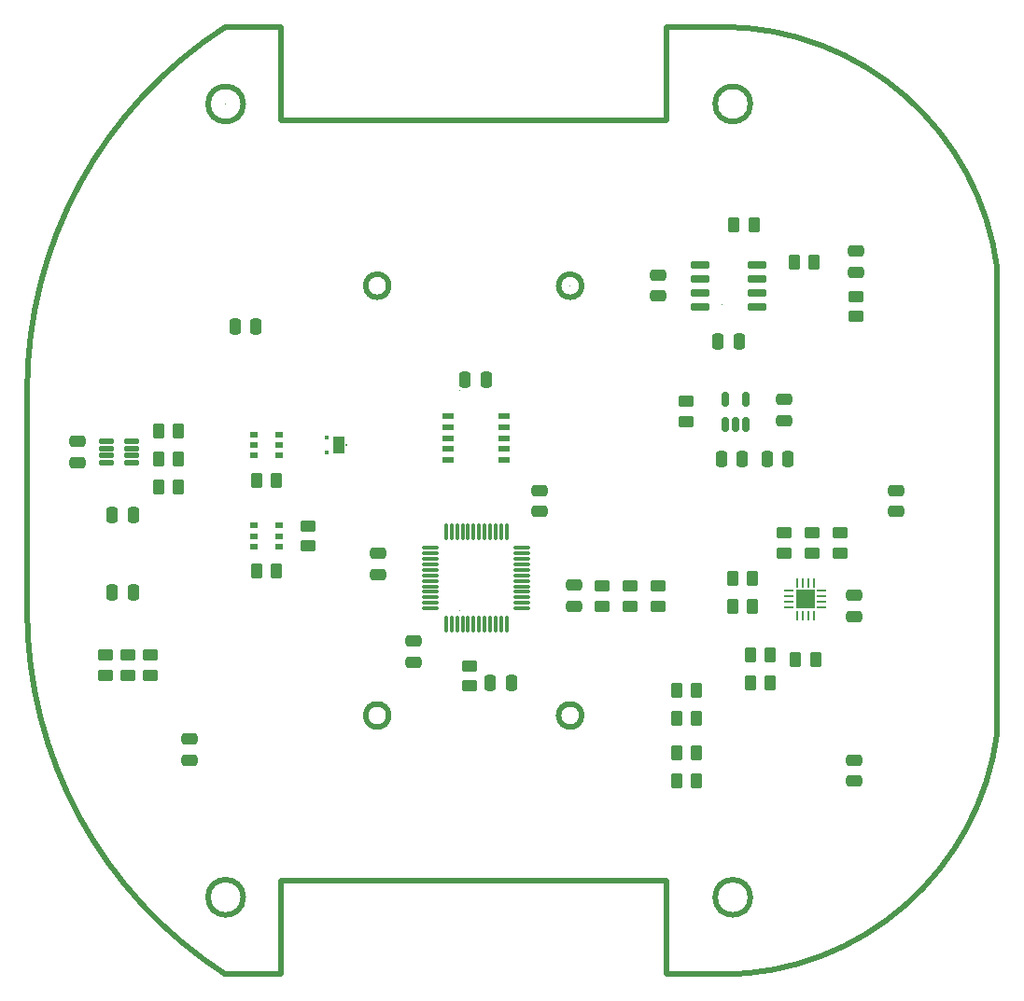
<source format=gbr>
%TF.GenerationSoftware,KiCad,Pcbnew,6.0.7-f9a2dced07~116~ubuntu20.04.1*%
%TF.CreationDate,2022-08-31T16:11:48+02:00*%
%TF.ProjectId,dumber-v3,64756d62-6572-42d7-9633-2e6b69636164,1.1*%
%TF.SameCoordinates,Original*%
%TF.FileFunction,Paste,Bot*%
%TF.FilePolarity,Positive*%
%FSLAX46Y46*%
G04 Gerber Fmt 4.6, Leading zero omitted, Abs format (unit mm)*
G04 Created by KiCad (PCBNEW 6.0.7-f9a2dced07~116~ubuntu20.04.1) date 2022-08-31 16:11:48*
%MOMM*%
%LPD*%
G01*
G04 APERTURE LIST*
G04 Aperture macros list*
%AMRoundRect*
0 Rectangle with rounded corners*
0 $1 Rounding radius*
0 $2 $3 $4 $5 $6 $7 $8 $9 X,Y pos of 4 corners*
0 Add a 4 corners polygon primitive as box body*
4,1,4,$2,$3,$4,$5,$6,$7,$8,$9,$2,$3,0*
0 Add four circle primitives for the rounded corners*
1,1,$1+$1,$2,$3*
1,1,$1+$1,$4,$5*
1,1,$1+$1,$6,$7*
1,1,$1+$1,$8,$9*
0 Add four rect primitives between the rounded corners*
20,1,$1+$1,$2,$3,$4,$5,0*
20,1,$1+$1,$4,$5,$6,$7,0*
20,1,$1+$1,$6,$7,$8,$9,0*
20,1,$1+$1,$8,$9,$2,$3,0*%
G04 Aperture macros list end*
%TA.AperFunction,Profile*%
%ADD10C,0.010050*%
%TD*%
%TA.AperFunction,Profile*%
%ADD11C,0.500000*%
%TD*%
%ADD12R,0.300000X0.300000*%
%ADD13R,0.250000X0.250000*%
%ADD14R,1.000000X1.500000*%
%ADD15RoundRect,0.250000X0.475000X-0.250000X0.475000X0.250000X-0.475000X0.250000X-0.475000X-0.250000X0*%
%ADD16RoundRect,0.250000X-0.262500X-0.450000X0.262500X-0.450000X0.262500X0.450000X-0.262500X0.450000X0*%
%ADD17RoundRect,0.075000X-0.662500X-0.075000X0.662500X-0.075000X0.662500X0.075000X-0.662500X0.075000X0*%
%ADD18RoundRect,0.075000X-0.075000X-0.662500X0.075000X-0.662500X0.075000X0.662500X-0.075000X0.662500X0*%
%ADD19RoundRect,0.250000X0.262500X0.450000X-0.262500X0.450000X-0.262500X-0.450000X0.262500X-0.450000X0*%
%ADD20RoundRect,0.250000X-0.475000X0.250000X-0.475000X-0.250000X0.475000X-0.250000X0.475000X0.250000X0*%
%ADD21RoundRect,0.250000X-0.250000X-0.475000X0.250000X-0.475000X0.250000X0.475000X-0.250000X0.475000X0*%
%ADD22RoundRect,0.125000X-0.537500X-0.125000X0.537500X-0.125000X0.537500X0.125000X-0.537500X0.125000X0*%
%ADD23R,0.700000X0.510000*%
%ADD24RoundRect,0.250000X-0.450000X0.262500X-0.450000X-0.262500X0.450000X-0.262500X0.450000X0.262500X0*%
%ADD25RoundRect,0.250000X0.450000X-0.262500X0.450000X0.262500X-0.450000X0.262500X-0.450000X-0.262500X0*%
%ADD26R,1.100000X0.510000*%
%ADD27RoundRect,0.250000X0.250000X0.475000X-0.250000X0.475000X-0.250000X-0.475000X0.250000X-0.475000X0*%
%ADD28R,0.812800X0.254000*%
%ADD29R,0.254000X0.812800*%
%ADD30R,1.752600X1.752600*%
%ADD31RoundRect,0.150000X0.150000X-0.512500X0.150000X0.512500X-0.150000X0.512500X-0.150000X-0.512500X0*%
%ADD32RoundRect,0.150000X0.725000X0.150000X-0.725000X0.150000X-0.725000X-0.150000X0.725000X-0.150000X0*%
G04 APERTURE END LIST*
D10*
X173755025Y-70000000D02*
G75*
G03*
X173755025Y-70000000I-5025J0D01*
G01*
X141505025Y-86500000D02*
G75*
G03*
X141505025Y-86500000I-5025J0D01*
G01*
D11*
X175350000Y-70000000D02*
G75*
G03*
X175350000Y-70000000I-1600000J0D01*
G01*
X142550000Y-86500000D02*
G75*
G03*
X142550000Y-86500000I-1050000J0D01*
G01*
X167750000Y-63000000D02*
X167750000Y-71500000D01*
X109750000Y-96000000D02*
X109750000Y-116000000D01*
X129350000Y-142000000D02*
G75*
G03*
X129350000Y-142000000I-1600000J0D01*
G01*
X127750000Y-63000000D02*
G75*
G03*
X109750000Y-96000000I21250000J-33000000D01*
G01*
X197750000Y-127000000D02*
X197750000Y-85000000D01*
X129350000Y-70000000D02*
G75*
G03*
X129350000Y-70000000I-1600000J0D01*
G01*
X167750000Y-149000000D02*
X172750000Y-149000000D01*
X172750000Y-63000000D02*
X167750000Y-63000000D01*
D10*
X172755025Y-123795455D02*
G75*
G03*
X172755025Y-123795455I-5025J0D01*
G01*
X159005025Y-125500000D02*
G75*
G03*
X159005025Y-125500000I-5025J0D01*
G01*
X159005025Y-86500000D02*
G75*
G03*
X159005025Y-86500000I-5025J0D01*
G01*
X172755025Y-88204545D02*
G75*
G03*
X172755025Y-88204545I-5025J0D01*
G01*
X149005025Y-116000000D02*
G75*
G03*
X149005025Y-116000000I-5025J0D01*
G01*
D11*
X132750000Y-149000000D02*
X132750000Y-140500000D01*
X167750000Y-140500000D02*
X167750000Y-149000000D01*
X127750000Y-149000000D02*
X132750000Y-149000000D01*
X167750000Y-71500000D02*
X132750000Y-71500000D01*
D10*
X127755025Y-70000000D02*
G75*
G03*
X127755025Y-70000000I-5025J0D01*
G01*
D11*
X109750000Y-116000000D02*
G75*
G03*
X127750000Y-149000000I39250000J0D01*
G01*
X175350000Y-142000000D02*
G75*
G03*
X175350000Y-142000000I-1600000J0D01*
G01*
D10*
X149005025Y-96000000D02*
G75*
G03*
X149005025Y-96000000I-5025J0D01*
G01*
D11*
X132750000Y-63000000D02*
X127750000Y-63000000D01*
X132750000Y-71500000D02*
X132750000Y-63000000D01*
X197750047Y-84999994D02*
G75*
G03*
X172750000Y-63000000I-25000047J-3204606D01*
G01*
X160050000Y-86500000D02*
G75*
G03*
X160050000Y-86500000I-1050000J0D01*
G01*
D10*
X173755025Y-142000000D02*
G75*
G03*
X173755025Y-142000000I-5025J0D01*
G01*
X141505025Y-125500000D02*
G75*
G03*
X141505025Y-125500000I-5025J0D01*
G01*
D11*
X132750000Y-140500000D02*
X167750000Y-140500000D01*
X160050000Y-125500000D02*
G75*
G03*
X160050000Y-125500000I-1050000J0D01*
G01*
X142550000Y-125500000D02*
G75*
G03*
X142550000Y-125500000I-1050000J0D01*
G01*
X172750000Y-149000005D02*
G75*
G03*
X197750000Y-127000000I0J25204545D01*
G01*
D10*
X127755025Y-142000000D02*
G75*
G03*
X127755025Y-142000000I-5025J0D01*
G01*
D12*
%TO.C,D1*%
X136945000Y-101615000D03*
X136945000Y-100315000D03*
D13*
X138670000Y-100965000D03*
D14*
X138045000Y-100965000D03*
%TD*%
D15*
%TO.C,C17*%
X156210000Y-106995000D03*
X156210000Y-105095000D03*
%TD*%
D16*
%TO.C,R10*%
X173839500Y-81000000D03*
X175664500Y-81000000D03*
%TD*%
D17*
%TO.C,U2*%
X146332500Y-115780000D03*
X146332500Y-115280000D03*
X146332500Y-114780000D03*
X146332500Y-114280000D03*
X146332500Y-113780000D03*
X146332500Y-113280000D03*
X146332500Y-112780000D03*
X146332500Y-112280000D03*
X146332500Y-111780000D03*
X146332500Y-111280000D03*
X146332500Y-110780000D03*
X146332500Y-110280000D03*
D18*
X147745000Y-108867500D03*
X148245000Y-108867500D03*
X148745000Y-108867500D03*
X149245000Y-108867500D03*
X149745000Y-108867500D03*
X150245000Y-108867500D03*
X150745000Y-108867500D03*
X151245000Y-108867500D03*
X151745000Y-108867500D03*
X152245000Y-108867500D03*
X152745000Y-108867500D03*
X153245000Y-108867500D03*
D17*
X154657500Y-110280000D03*
X154657500Y-110780000D03*
X154657500Y-111280000D03*
X154657500Y-111780000D03*
X154657500Y-112280000D03*
X154657500Y-112780000D03*
X154657500Y-113280000D03*
X154657500Y-113780000D03*
X154657500Y-114280000D03*
X154657500Y-114780000D03*
X154657500Y-115280000D03*
X154657500Y-115780000D03*
D18*
X153245000Y-117192500D03*
X152745000Y-117192500D03*
X152245000Y-117192500D03*
X151745000Y-117192500D03*
X151245000Y-117192500D03*
X150745000Y-117192500D03*
X150245000Y-117192500D03*
X149745000Y-117192500D03*
X149245000Y-117192500D03*
X148745000Y-117192500D03*
X148245000Y-117192500D03*
X147745000Y-117192500D03*
%TD*%
D15*
%TO.C,C4*%
X184785000Y-116520000D03*
X184785000Y-114620000D03*
%TD*%
D19*
%TO.C,R7*%
X175537500Y-113030000D03*
X173712500Y-113030000D03*
%TD*%
D20*
%TO.C,C20*%
X141605000Y-110810000D03*
X141605000Y-112710000D03*
%TD*%
D19*
%TO.C,R17*%
X170457500Y-123190000D03*
X168632500Y-123190000D03*
%TD*%
D21*
%TO.C,C6*%
X172725000Y-102235000D03*
X174625000Y-102235000D03*
%TD*%
D16*
%TO.C,R3*%
X175340000Y-122555000D03*
X177165000Y-122555000D03*
%TD*%
D20*
%TO.C,C19*%
X144780000Y-118750000D03*
X144780000Y-120650000D03*
%TD*%
D22*
%TO.C,U3*%
X116972500Y-102575000D03*
X116972500Y-101925000D03*
X116972500Y-101275000D03*
X116972500Y-100625000D03*
X119247500Y-100625000D03*
X119247500Y-101275000D03*
X119247500Y-101925000D03*
X119247500Y-102575000D03*
%TD*%
D23*
%TO.C,Q2*%
X132605000Y-108270000D03*
X132605000Y-109220000D03*
X132605000Y-110170000D03*
X130285000Y-110170000D03*
X130285000Y-109220000D03*
X130285000Y-108270000D03*
%TD*%
D16*
%TO.C,R24*%
X130532500Y-112395000D03*
X132357500Y-112395000D03*
%TD*%
%TO.C,R1*%
X130532500Y-104140000D03*
X132357500Y-104140000D03*
%TD*%
D15*
%TO.C,C7*%
X184785000Y-131440000D03*
X184785000Y-129540000D03*
%TD*%
D24*
%TO.C,R16*%
X116840000Y-120015000D03*
X116840000Y-121840000D03*
%TD*%
D25*
%TO.C,R13*%
X178435000Y-110767500D03*
X178435000Y-108942500D03*
%TD*%
D26*
%TO.C,U7*%
X153045000Y-98330000D03*
X153045000Y-99330000D03*
X153045000Y-100330000D03*
X153045000Y-101330000D03*
X153045000Y-102330000D03*
X147945000Y-102330000D03*
X147945000Y-101330000D03*
X147945000Y-100330000D03*
X147945000Y-99330000D03*
X147945000Y-98330000D03*
%TD*%
D19*
%TO.C,R21*%
X175537500Y-115570000D03*
X173712500Y-115570000D03*
%TD*%
D20*
%TO.C,C3*%
X188595000Y-105095000D03*
X188595000Y-106995000D03*
%TD*%
D19*
%TO.C,R2*%
X123467500Y-102235000D03*
X121642500Y-102235000D03*
%TD*%
D21*
%TO.C,C8*%
X172405000Y-91572500D03*
X174305000Y-91572500D03*
%TD*%
D16*
%TO.C,R5*%
X175340000Y-120015000D03*
X177165000Y-120015000D03*
%TD*%
D19*
%TO.C,R11*%
X181149000Y-84328000D03*
X179324000Y-84328000D03*
%TD*%
D20*
%TO.C,C5*%
X184912000Y-83378000D03*
X184912000Y-85278000D03*
%TD*%
D16*
%TO.C,R18*%
X168632500Y-125730000D03*
X170457500Y-125730000D03*
%TD*%
D19*
%TO.C,R19*%
X170457500Y-131445000D03*
X168632500Y-131445000D03*
%TD*%
D27*
%TO.C,C13*%
X119375000Y-114300000D03*
X117475000Y-114300000D03*
%TD*%
D28*
%TO.C,U4*%
X181813200Y-114184999D03*
X181813200Y-114685000D03*
X181813200Y-115185000D03*
X181813200Y-115685001D03*
D29*
X181090001Y-116408200D03*
X180590000Y-116408200D03*
X180090000Y-116408200D03*
X179589999Y-116408200D03*
D28*
X178866800Y-115685001D03*
X178866800Y-115185000D03*
X178866800Y-114685000D03*
X178866800Y-114184999D03*
D29*
X179589999Y-113461800D03*
X180090000Y-113461800D03*
X180590000Y-113461800D03*
X181090001Y-113461800D03*
D30*
X180340000Y-114935000D03*
%TD*%
D16*
%TO.C,R9*%
X179427500Y-120396000D03*
X181252500Y-120396000D03*
%TD*%
D25*
%TO.C,R14*%
X183515000Y-110767500D03*
X183515000Y-108942500D03*
%TD*%
%TO.C,R29*%
X161925000Y-115570000D03*
X161925000Y-113745000D03*
%TD*%
D20*
%TO.C,C10*%
X167005000Y-85542500D03*
X167005000Y-87442500D03*
%TD*%
D25*
%TO.C,R26*%
X149860000Y-122832500D03*
X149860000Y-121007500D03*
%TD*%
D24*
%TO.C,R28*%
X164465000Y-113745000D03*
X164465000Y-115570000D03*
%TD*%
D25*
%TO.C,R8*%
X184912000Y-89304500D03*
X184912000Y-87479500D03*
%TD*%
D19*
%TO.C,R6*%
X123467500Y-99695000D03*
X121642500Y-99695000D03*
%TD*%
D25*
%TO.C,R25*%
X135255000Y-110132500D03*
X135255000Y-108307500D03*
%TD*%
%TO.C,R27*%
X167005000Y-115570000D03*
X167005000Y-113745000D03*
%TD*%
D27*
%TO.C,C14*%
X130490000Y-90170000D03*
X128590000Y-90170000D03*
%TD*%
D24*
%TO.C,R23*%
X120904000Y-120015000D03*
X120904000Y-121840000D03*
%TD*%
D25*
%TO.C,R12*%
X180975000Y-110767500D03*
X180975000Y-108942500D03*
%TD*%
D15*
%TO.C,C15*%
X124460000Y-129535000D03*
X124460000Y-127635000D03*
%TD*%
D27*
%TO.C,C12*%
X151384000Y-94996000D03*
X149484000Y-94996000D03*
%TD*%
D15*
%TO.C,C1*%
X114300000Y-100650000D03*
X114300000Y-102550000D03*
%TD*%
D23*
%TO.C,Q1*%
X132605000Y-100015000D03*
X132605000Y-100965000D03*
X132605000Y-101915000D03*
X130285000Y-101915000D03*
X130285000Y-100965000D03*
X130285000Y-100015000D03*
%TD*%
D31*
%TO.C,U6*%
X174940000Y-99060000D03*
X173990000Y-99060000D03*
X173040000Y-99060000D03*
X173040000Y-96785000D03*
X174940000Y-96785000D03*
%TD*%
D27*
%TO.C,C9*%
X178750000Y-102235000D03*
X176850000Y-102235000D03*
%TD*%
D20*
%TO.C,C11*%
X178435000Y-96840000D03*
X178435000Y-98740000D03*
%TD*%
D15*
%TO.C,C18*%
X159385000Y-115565000D03*
X159385000Y-113665000D03*
%TD*%
D24*
%TO.C,R22*%
X118872000Y-120015000D03*
X118872000Y-121840000D03*
%TD*%
D32*
%TO.C,U5*%
X175930000Y-84587500D03*
X175930000Y-85857500D03*
X175930000Y-87127500D03*
X175930000Y-88397500D03*
X170780000Y-88397500D03*
X170780000Y-87127500D03*
X170780000Y-85857500D03*
X170780000Y-84587500D03*
%TD*%
D27*
%TO.C,C16*%
X153670000Y-122555000D03*
X151770000Y-122555000D03*
%TD*%
D19*
%TO.C,R4*%
X123467500Y-104775000D03*
X121642500Y-104775000D03*
%TD*%
D27*
%TO.C,C2*%
X119375000Y-107315000D03*
X117475000Y-107315000D03*
%TD*%
D24*
%TO.C,R15*%
X169545000Y-97010000D03*
X169545000Y-98835000D03*
%TD*%
D16*
%TO.C,R20*%
X168632500Y-128905000D03*
X170457500Y-128905000D03*
%TD*%
M02*

</source>
